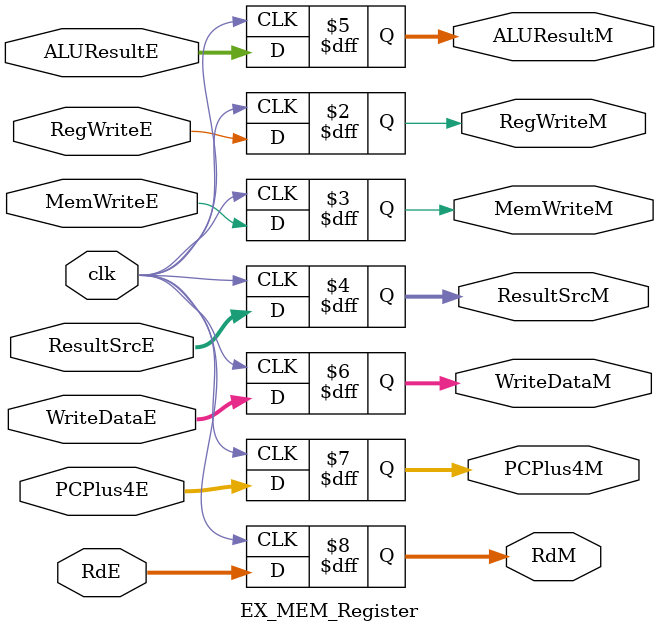
<source format=v>
module EX_MEM_Register(
  input wire clk,
  input wire RegWriteE, MemWriteE,
  input wire [1:0] ResultSrcE,
  input wire [31:0] ALUResultE, WriteDataE, PCPlus4E,
  input wire [4:0] RdE,
  output reg RegWriteM, MemWriteM,
  output reg [1:0] ResultSrcM,
  output reg [31:0] ALUResultM, WriteDataM, PCPlus4M,
  output reg [4:0] RdM
);
  always @(posedge clk) begin
    RegWriteM <= RegWriteE;
    MemWriteM <= MemWriteE;
    ResultSrcM <= ResultSrcE;
    ALUResultM <= ALUResultE;
    WriteDataM <= WriteDataE;
    PCPlus4M   <= PCPlus4E;
    RdM <= RdE;
  end
endmodule

</source>
